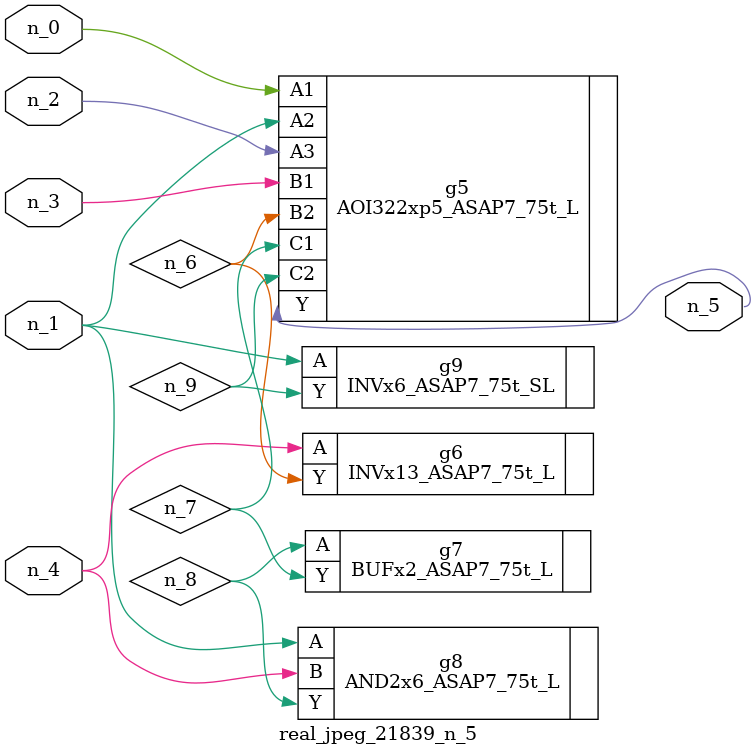
<source format=v>
module real_jpeg_21839_n_5 (n_4, n_0, n_1, n_2, n_3, n_5);

input n_4;
input n_0;
input n_1;
input n_2;
input n_3;

output n_5;

wire n_8;
wire n_6;
wire n_7;
wire n_9;

AOI322xp5_ASAP7_75t_L g5 ( 
.A1(n_0),
.A2(n_1),
.A3(n_2),
.B1(n_3),
.B2(n_6),
.C1(n_7),
.C2(n_9),
.Y(n_5)
);

AND2x6_ASAP7_75t_L g8 ( 
.A(n_1),
.B(n_4),
.Y(n_8)
);

INVx6_ASAP7_75t_SL g9 ( 
.A(n_1),
.Y(n_9)
);

INVx13_ASAP7_75t_L g6 ( 
.A(n_4),
.Y(n_6)
);

BUFx2_ASAP7_75t_L g7 ( 
.A(n_8),
.Y(n_7)
);


endmodule
</source>
